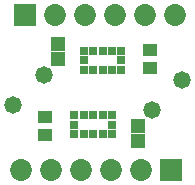
<source format=gbr>
G04*
G04 #@! TF.GenerationSoftware,Altium Limited,Altium Designer,25.8.1 (18)*
G04*
G04 Layer_Color=8388736*
%FSLAX25Y25*%
%MOIN*%
G70*
G04*
G04 #@! TF.SameCoordinates,E2154C79-DA77-42C2-A4CA-17832CE20963*
G04*
G04*
G04 #@! TF.FilePolarity,Negative*
G04*
G01*
G75*
%ADD16R,0.04540X0.04540*%
%ADD17R,0.04737X0.03950*%
%ADD18R,0.02769X0.02769*%
%ADD19R,0.07296X0.07296*%
%ADD20C,0.07296*%
%ADD21C,0.05800*%
D16*
X118673Y147846D02*
D03*
Y142925D02*
D03*
X145500Y120461D02*
D03*
Y115539D02*
D03*
D17*
X149606Y139961D02*
D03*
Y145866D02*
D03*
X114567Y117520D02*
D03*
Y123425D02*
D03*
D18*
X127374Y145535D02*
D03*
X130524D02*
D03*
X133673D02*
D03*
X136823D02*
D03*
X139972D02*
D03*
Y142386D02*
D03*
Y139236D02*
D03*
X136823D02*
D03*
X133673D02*
D03*
X130524D02*
D03*
X127374D02*
D03*
Y142386D02*
D03*
X133650Y124150D02*
D03*
X124201Y117850D02*
D03*
X130500Y124150D02*
D03*
X136799Y121000D02*
D03*
Y124150D02*
D03*
X127350D02*
D03*
X124201D02*
D03*
Y121000D02*
D03*
X127350Y117850D02*
D03*
X130500D02*
D03*
X133650D02*
D03*
X136799D02*
D03*
D19*
X107673Y157386D02*
D03*
X156500Y106000D02*
D03*
D20*
X117673Y157386D02*
D03*
X127673D02*
D03*
X137673D02*
D03*
X147673D02*
D03*
X157673D02*
D03*
X106500Y106000D02*
D03*
X116500D02*
D03*
X126500D02*
D03*
X136500D02*
D03*
X146500D02*
D03*
D21*
X160236Y135827D02*
D03*
X114173Y137402D02*
D03*
X150000Y125984D02*
D03*
X103937Y127559D02*
D03*
M02*

</source>
